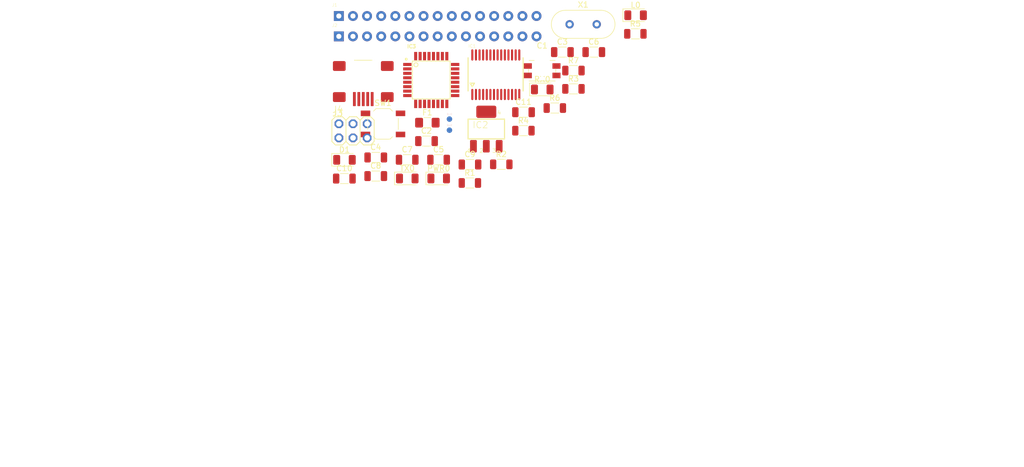
<source format=kicad_pcb>
(kicad_pcb (version 20211014) (generator pcbnew)
  (layers (0 "F.Cu" signal) (31 "B.Cu" signal) (34 "B.Paste" user) (35 "F.Paste" user) (36 "B.SilkS" user "B.Silkscreen") (37 "F.SilkS" user "F.Silkscreen") (38 "B.Mask" user) (39 "F.Mask" user) (44 "Edge.Cuts" user))
  (net 0 "")
  (net 1 "/AREF")
  (net 2 "Net-(C4-Pad2)")
  (net 3 "/RESET")
  (net 4 "Net-(D+0-PadX)")
  (net 5 "Net-(D-0-PadX)")
  (net 6 "Net-(F1-Pad2)")
  (net 10 "Net-(IC1-Pad23)")
  (net 11 "Net-(IC1-Pad22)")
  (net 21 "/TX")
  (net 23 "/RX")
  (net 24 "COM")
  (net 25 "+5V")
  (net 26 "VIN")
  (net 27 "3V3")
  (net 28 "/D2")
  (net 29 "VUSB")
  (net 30 "/D1{slash}TX")
  (net 31 "/D0{slash}RX")
  (net 32 "/A5")
  (net 33 "/A4")
  (net 34 "/A3")
  (net 35 "/A2")
  (net 36 "/A1")
  (net 37 "/A0")
  (net 38 "/A7")
  (net 39 "/A6")
  (net 40 "/D13{slash}SCK")
  (net 41 "/D12{slash}MISO")
  (net 42 "/D11{slash}MOSI")
  (net 43 "/D10")
  (net 44 "/D9")
  (net 45 "/D8")
  (net 46 "/D7")
  (net 47 "/D6")
  (net 48 "/D5")
  (net 49 "Net-(IC3-Pad8)")
  (net 50 "Net-(IC3-Pad7)")
  (net 51 "/D4")
  (net 52 "/D3")
  (net 54 "Net-(R5-Pad2)")
  (net 55 "Net-(R6-Pad2)")
  (net 56 "Net-(L0-Pad1)")
  (net 57 "Net-(PWR0-Pad1)")
  (footprint "NanoV3.3:HEAD15-NOSS" (layer "F.Cu") (at 109.1229 79.7951)
    (fp_text reference "J1" (at -1.27 -1.651) (layer "F.SilkS") (effects (font (size 0.560832 0.560832) (thickness 0.048768)) (justify left bottom)))
    (fp_text value "XXXX_STRIPNANO")
    (pad "1" thru_hole rect (at 0 0) (size 1.778 1.778) (drill 0.9144) (layers *.Cu *.Mask) (net 30 "/D1{slash}TX"))
    (pad "2" thru_hole circle (at 2.54 0) (size 1.778 1.778) (drill 0.9144) (layers *.Cu *.Mask) (net 31 "/D0{slash}RX"))
    (pad "3" thru_hole circle (at 5.08 0) (size 1.778 1.778) (drill 0.9144) (layers *.Cu *.Mask) (net 3 "/RESET"))
    (pad "4" thru_hole circle (at 7.62 0) (size 1.778 1.778) (drill 0.9144) (layers *.Cu *.Mask) (net 24 "COM"))
    (pad "5" thru_hole circle (at 10.16 0) (size 1.778 1.778) (drill 0.9144) (layers *.Cu *.Mask) (net 28 "/D2"))
    (pad "6" thru_hole circle (at 12.7 0) (size 1.778 1.778) (drill 0.9144) (layers *.Cu *.Mask) (net 52 "/D3"))
    (pad "7" thru_hole circle (at 15.24 0) (size 1.778 1.778) (drill 0.9144) (layers *.Cu *.Mask) (net 51 "/D4"))
    (pad "8" thru_hole circle (at 17.78 0) (size 1.778 1.778) (drill 0.9144) (layers *.Cu *.Mask) (net 48 "/D5"))
    (pad "9" thru_hole circle (at 20.32 0) (size 1.778 1.778) (drill 0.9144) (layers *.Cu *.Mask) (net 47 "/D6"))
    (pad "10" thru_hole circle (at 22.86 0) (size 1.778 1.778) (drill 0.9144) (layers *.Cu *.Mask) (net 46 "/D7"))
    (pad "11" thru_hole circle (at 25.4 0) (size 1.778 1.778) (drill 0.9144) (layers *.Cu *.Mask) (net 45 "/D8"))
    (pad "12" thru_hole circle (at 27.94 0) (size 1.778 1.778) (drill 0.9144) (layers *.Cu *.Mask) (net 44 "/D9"))
    (pad "13" thru_hole circle (at 30.48 0) (size 1.778 1.778) (drill 0.9144) (layers *.Cu *.Mask) (net 43 "/D10"))
    (pad "14" thru_hole circle (at 33.02 0) (size 1.778 1.778) (drill 0.9144) (layers *.Cu *.Mask) (net 42 "/D11{slash}MOSI"))
    (pad "15" thru_hole circle (at 35.56 0) (size 1.778 1.778) (drill 0.9144) (layers *.Cu *.Mask) (net 41 "/D12{slash}MISO"))
  )
  (footprint "LED_SMD:LED_1206_3216Metric" (layer "F.Cu") (at 162.5044 79.6566)
    (fp_text reference "L0" (at 0 -1.82) (layer "F.SilkS"))
    (fp_text value "Yellow")
    (fp_line (start -2.285 -1.135) (end -2.285 1.135) (layer "F.SilkS") (width 0.12))
    (fp_line (start -2.285 1.135) (end 1.6 1.135) (layer "F.SilkS") (width 0.12))
    (fp_line (start 1.6 -1.135) (end -2.285 -1.135) (layer "F.SilkS") (width 0.12))
    (pad "1" smd roundrect (at -1.4 0) (size 1.25 1.75) (layers "F.Cu" "F.Paste" "F.Mask") (roundrect_rratio 0.2) (net 56 "Net-(L0-Pad1)"))
    (pad "2" smd roundrect (at 1.4 0) (size 1.25 1.75) (layers "F.Cu" "F.Paste" "F.Mask") (roundrect_rratio 0.2) (net 24 "COM"))
  )
  (footprint "Resistor_SMD:R_1206_3216Metric" (layer "F.Cu") (at 147.9744 96.3466)
    (fp_text reference "R6" (at 0 -1.82) (layer "F.SilkS"))
    (fp_text value "1K")
    (fp_line (start -0.727064 -0.91) (end 0.727064 -0.91) (layer "F.SilkS") (width 0.12))
    (fp_line (start -0.727064 0.91) (end 0.727064 0.91) (layer "F.SilkS") (width 0.12))
    (pad "1" smd roundrect (at -1.4625 0) (size 1.125 1.75) (layers "F.Cu" "F.Paste" "F.Mask") (roundrect_rratio 0.222222) (net 10 "Net-(IC1-Pad23)"))
    (pad "2" smd roundrect (at 1.4625 0) (size 1.125 1.75) (layers "F.Cu" "F.Paste" "F.Mask") (roundrect_rratio 0.222222) (net 55 "Net-(R6-Pad2)"))
  )
  (footprint "Capacitor_SMD:C_1206_3216Metric" (layer "F.Cu") (at 149.3344 86.2866)
    (fp_text reference "C3" (at 0 -1.85) (layer "F.SilkS"))
    (fp_text value "1uF")
    (fp_line (start -0.711252 -0.91) (end 0.711252 -0.91) (layer "F.SilkS") (width 0.12))
    (fp_line (start -0.711252 0.91) (end 0.711252 0.91) (layer "F.SilkS") (width 0.12))
    (pad "1" smd roundrect (at -1.475 0) (size 1.15 1.8) (layers "F.Cu" "F.Paste" "F.Mask") (roundrect_rratio 0.217391) (net 25 "+5V"))
    (pad "2" smd roundrect (at 1.475 0) (size 1.15 1.8) (layers "F.Cu" "F.Paste" "F.Mask") (roundrect_rratio 0.217391) (net 24 "COM"))
  )
  (footprint "NanoV3.3:TP-1.00MM" (layer "F.Cu") (at 129.0194 100.3316)
    (fp_text reference "D+0" (at 0 -0.889) (layer "B.SilkS") (effects (font (size 0.280416 0.280416) (thickness 0.024384)) (justify mirror)))
    (fp_text value "DNP")
    (pad "X" smd roundrect (at 0 0) (size 1 1) (layers "B.Cu" "B.Mask") (roundrect_rratio 0.5) (net 4 "Net-(D+0-PadX)"))
  )
  (footprint "atmega328:QFP80P900X900X120-32N" (layer "F.Cu") (at 125.7444 91.3066)
    (fp_text reference "IC3" (at -3.543445 -6.038067) (layer "F.SilkS") (effects (font (size 0.641239 0.641239))))
    (fp_text value "328P-MUR")
    (fp_line (start 3.4 3.4) (end -3.4 3.4) (layer "F.SilkS") (width 0.1524))
    (fp_line (start -3.4 3.4) (end -3.4 -3.4) (layer "F.SilkS") (width 0.1524))
    (fp_line (start -3.4 -3.4) (end 3.4 -3.4) (layer "F.SilkS") (width 0.1524))
    (fp_line (start 3.4 -3.4) (end 3.4 3.4) (layer "F.SilkS") (width 0.1524))
    (fp_circle (center -4.5 -3.75) (end -4.246 -3.75) (layer "F.SilkS") (width 0) (fill solid))
    (fp_circle (center -2.7432 -2.7432) (end -2.384 -2.7432) (layer "F.SilkS") (width 0.1524) (fill none))
    (pad "1" smd rect locked (at -4.3 -2.8) (size 1.5 0.55) (layers "F.Cu" "F.Paste" "F.Mask") (net 52 "/D3"))
    (pad "2" smd rect locked (at -4.3 -2) (size 1.5 0.55) (layers "F.Cu" "F.Paste" "F.Mask") (net 51 "/D4"))
    (pad "3" smd rect locked (at -4.3 -1.2) (size 1.5 0.55) (layers "F.Cu" "F.Paste" "F.Mask") (net 24 "COM"))
    (pad "4" smd rect locked (at -4.3 -0.4) (size 1.5 0.55) (layers "F.Cu" "F.Paste" "F.Mask") (net 25 "+5V"))
    (pad "5" smd rect locked (at -4.3 0.4) (size 1.5 0.55) (layers "F.Cu" "F.Paste" "F.Mask") (net 24 "COM"))
    (pad "6" smd rect locked (at -4.3 1.2) (size 1.5 0.55) (layers "F.Cu" "F.Paste" "F.Mask") (net 25 "+5V"))
    (pad "7" smd rect locked (at -4.3 2) (size 1.5 0.55) (layers "F.Cu" "F.Paste" "F.Mask") (net 50 "Net-(IC3-Pad7)"))
    (pad "8" smd rect locked (at -4.3 2.8) (size 1.5 0.55) (layers "F.Cu" "F.Paste" "F.Mask") (net 49 "Net-(IC3-Pad8)"))
    (pad "9" smd rect locked (at -2.8 4.3) (size 0.55 1.5) (layers "F.Cu" "F.Paste" "F.Mask") (net 48 "/D5"))
    (pad "10" smd rect locked (at -2 4.3) (size 0.55 1.5) (layers "F.Cu" "F.Paste" "F.Mask") (net 47 "/D6"))
    (pad "11" smd rect locked (at -1.2 4.3) (size 0.55 1.5) (layers "F.Cu" "F.Paste" "F.Mask") (net 46 "/D7"))
    (pad "12" smd rect locked (at -0.4 4.3) (size 0.55 1.5) (layers "F.Cu" "F.Paste" "F.Mask") (net 45 "/D8"))
    (pad "13" smd rect locked (at 0.4 4.3) (size 0.55 1.5) (layers "F.Cu" "F.Paste" "F.Mask") (net 44 "/D9"))
    (pad "14" smd rect locked (at 1.2 4.3) (size 0.55 1.5) (layers "F.Cu" "F.Paste" "F.Mask") (net 43 "/D10"))
    (pad "15" smd rect locked (at 2 4.3) (size 0.55 1.5) (layers "F.Cu" "F.Paste" "F.Mask") (net 42 "/D11{slash}MOSI"))
    (pad "16" smd rect locked (at 2.8 4.3) (size 0.55 1.5) (layers "F.Cu" "F.Paste" "F.Mask") (net 41 "/D12{slash}MISO"))
    (pad "17" smd rect locked (at 4.3 2.8) (size 1.5 0.55) (layers "F.Cu" "F.Paste" "F.Mask") (net 40 "/D13{slash}SCK"))
    (pad "18" smd rect locked (at 4.3 2) (size 1.5 0.55) (layers "F.Cu" "F.Paste" "F.Mask") (net 25 "+5V"))
    (pad "19" smd rect locked (at 4.3 1.2) (size 1.5 0.55) (layers "F.Cu" "F.Paste" "F.Mask") (net 39 "/A6"))
    (pad "20" smd rect locked (at 4.3 0.4) (size 1.5 0.55) (layers "F.Cu" "F.Paste" "F.Mask") (net 1 "/AREF"))
    (pad "21" smd rect locked (at 4.3 -0.4) (size 1.5 0.55) (layers "F.Cu" "F.Paste" "F.Mask") (net 24 "COM"))
    (pad "22" smd rect locked (at 4.3 -1.2) (size 1.5 0.55) (layers "F.Cu" "F.Paste" "F.Mask") (net 38 "/A7"))
    (pad "23" smd rect locked (at 4.3 -2) (size 1.5 0.55) (layers "F.Cu" "F.Paste" "F.Mask") (net 37 "/A0"))
    (pad "24" smd rect locked (at 4.3 -2.8) (size 1.5 0.55) (layers "F.Cu" "F.Paste" "F.Mask") (net 36 "/A1"))
    (pad "25" smd rect locked (at 2.8 -4.3) (size 0.55 1.5) (layers "F.Cu" "F.Paste" "F.Mask") (net 35 "/A2"))
    (pad "26" smd rect locked (at 2 -4.3) (size 0.55 1.5) (layers "F.Cu" "F.Paste" "F.Mask") (net 34 "/A3"))
    (pad "27" smd rect locked (at 1.2 -4.3) (size 0.55 1.5) (layers "F.Cu" "F.Paste" "F.Mask") (net 33 "/A4"))
    (pad "28" smd rect locked (at 0.4 -4.3) (size 0.55 1.5) (layers "F.Cu" "F.Paste" "F.Mask") (net 32 "/A5"))
    (pad "29" smd rect locked (at -0.4 -4.3) (size 0.55 1.5) (layers "F.Cu" "F.Paste" "F.Mask") (net 3 "/RESET"))
    (pad "30" smd rect locked (at -1.2 -4.3) (size 0.55 1.5) (layers "F.Cu" "F.Paste" "F.Mask") (net 31 "/D0{slash}RX"))
    (pad "31" smd rect locked (at -2 -4.3) (size 0.55 1.5) (layers "F.Cu" "F.Paste" "F.Mask") (net 30 "/D1{slash}TX"))
    (pad "32" smd rect locked (at -2.8 -4.3) (size 0.55 1.5) (layers "F.Cu" "F.Paste" "F.Mask") (net 28 "/D2"))
  )
  (footprint "Crystal:Crystal_HC49-4H_Vertical" (layer "F.Cu") (at 150.6344 81.2866)
    (fp_text reference "X1" (at 2.44 -3.525) (layer "F.SilkS"))
    (fp_text value "16MHz")
    (fp_line (start -0.76 -2.525) (end 5.64 -2.525) (layer "F.SilkS") (width 0.12))
    (fp_line (start -0.76 2.525) (end 5.64 2.525) (layer "F.SilkS") (width 0.12))
    (fp_arc (start -0.76 2.525) (mid -3.285 0) (end -0.76 -2.525) (layer "F.SilkS") (width 0.12))
    (fp_arc (start 5.64 -2.525) (mid 8.165 0) (end 5.64 2.525) (layer "F.SilkS") (width 0.12))
    (pad "1" thru_hole circle (at 0 0) (size 1.5 1.5) (drill 0.8) (layers *.Cu *.Mask) (net 50 "Net-(IC3-Pad7)"))
    (pad "2" thru_hole circle (at 4.88 0) (size 1.5 1.5) (drill 0.8) (layers *.Cu *.Mask) (net 49 "Net-(IC3-Pad8)"))
  )
  (footprint "Capacitor_SMD:C_1206_3216Metric" (layer "F.Cu") (at 124.8944 102.2966)
    (fp_text reference "C2" (at 0 -1.85) (layer "F.SilkS"))
    (fp_text value "4,7uF_16V")
    (fp_line (start -0.711252 0.91) (end 0.711252 0.91) (layer "F.SilkS") (width 0.12))
    (fp_line (start -0.711252 -0.91) (end 0.711252 -0.91) (layer "F.SilkS") (width 0.12))
    (pad "1" smd roundrect (at -1.475 0) (size 1.15 1.8) (layers "F.Cu" "F.Paste" "F.Mask") (roundrect_rratio 0.217391) (net 29 "VUSB"))
    (pad "2" smd roundrect (at 1.475 0) (size 1.15 1.8) (layers "F.Cu" "F.Paste" "F.Mask") (roundrect_rratio 0.217391) (net 24 "COM"))
  )
  (footprint "Button_Switch_SMD:SW_SPST_TL3342" (layer "F.Cu") (at 117.0674 99.2032)
    (fp_text reference "SW1" (at 0 -3.75) (layer "F.SilkS"))
    (fp_text value "RESET")
    (fp_line (start 2.75 -1) (end 2.75 1) (layer "F.SilkS") (width 0.12))
    (fp_line (start 1.7 -2.3) (end 1.25 -2.75) (layer "F.SilkS") (width 0.12))
    (fp_line (start -1.7 -2.3) (end -1.25 -2.75) (layer "F.SilkS") (width 0.12))
    (fp_line (start -1.25 2.75) (end 1.25 2.75) (layer "F.SilkS") (width 0.12))
    (fp_line (start -1.7 2.3) (end -1.25 2.75) (layer "F.SilkS") (width 0.12))
    (fp_line (start 1.7 2.3) (end 1.25 2.75) (layer "F.SilkS") (width 0.12))
    (fp_line (start -2.75 -1) (end -2.75 1) (layer "F.SilkS") (width 0.12))
    (fp_line (start -1.25 -2.75) (end 1.25 -2.75) (layer "F.SilkS") (width 0.12))
    (pad "1" smd rect (at -3.15 -1.9) (size 1.7 1) (layers "F.Cu" "F.Paste" "F.Mask") (net 24 "COM"))
    (pad "1" smd rect (at 3.15 -1.9) (size 1.7 1) (layers "F.Cu" "F.Paste" "F.Mask") (net 24 "COM"))
    (pad "2" smd rect (at -3.15 1.9) (size 1.7 1) (layers "F.Cu" "F.Paste" "F.Mask") (net 3 "/RESET"))
    (pad "2" smd rect (at 3.15 1.9) (size 1.7 1) (layers "F.Cu" "F.Paste" "F.Mask") (net 3 "/RESET"))
  )
  (footprint "LED_SMD:LED_1206_3216Metric" (layer "F.Cu") (at 145.7144 93.0066)
    (fp_text reference "RX0" (at 0 -1.82) (layer "F.SilkS"))
    (fp_text value "Red")
    (fp_line (start -2.285 1.135) (end 1.6 1.135) (layer "F.SilkS") (width 0.12))
    (fp_line (start 1.6 -1.135) (end -2.285 -1.135) (layer "F.SilkS") (width 0.12))
    (fp_line (start -2.285 -1.135) (end -2.285 1.135) (layer "F.SilkS") (width 0.12))
    (pad "1" smd roundrect (at -1.4 0) (size 1.25 1.75) (layers "F.Cu" "F.Paste" "F.Mask") (roundrect_rratio 0.2) (net 25 "+5V"))
    (pad "2" smd roundrect (at 1.4 0) (size 1.25 1.75) (layers "F.Cu" "F.Paste" "F.Mask") (roundrect_rratio 0.2) (net 55 "Net-(R6-Pad2)"))
  )
  (footprint "NanoV3.3:TP-1.00MM" (layer "F.Cu") (at 129.0194 98.3316)
    (fp_text reference "D-0" (at 0 -0.889) (layer "B.SilkS") (effects (font (size 0.280416 0.280416) (thickness 0.024384)) (justify mirror)))
    (fp_text value "DNP")
    (pad "X" smd roundrect (at 0 0) (size 1 1) (layers "B.Cu" "B.Mask") (roundrect_rratio 0.5) (net 5 "Net-(D-0-PadX)"))
  )
  (footprint "LED_SMD:LED_1206_3216Metric" (layer "F.Cu") (at 121.4344 109.0166)
    (fp_text reference "TX0" (at 0 -1.82) (layer "F.SilkS"))
    (fp_text value "Green")
    (fp_line (start -2.285 -1.135) (end -2.285 1.135) (layer "F.SilkS") (width 0.12))
    (fp_line (start -2.285 1.135) (end 1.6 1.135) (layer "F.SilkS") (width 0.12))
    (fp_line (start 1.6 -1.135) (end -2.285 -1.135) (layer "F.SilkS") (width 0.12))
    (pad "1" smd roundrect (at -1.4 0) (size 1.25 1.75) (layers "F.Cu" "F.Paste" "F.Mask") (roundrect_rratio 0.2) (net 25 "+5V"))
    (pad "2" smd roundrect (at 1.4 0) (size 1.25 1.75) (layers "F.Cu" "F.Paste" "F.Mask") (roundrect_rratio 0.2) (net 54 "Net-(R5-Pad2)"))
  )
  (footprint "Capacitor_SMD:C_1206_3216Metric" (layer "F.Cu") (at 115.7644 108.5866)
    (fp_text reference "C8" (at 0 -1.85) (layer "F.SilkS"))
    (fp_text value "1uF")
    (fp_line (start -0.711252 -0.91) (end 0.711252 -0.91) (layer "F.SilkS") (width 0.12))
    (fp_line (start -0.711252 0.91) (end 0.711252 0.91) (layer "F.SilkS") (width 0.12))
    (pad "1" smd roundrect (at -1.475 0) (size 1.15 1.8) (layers "F.Cu" "F.Paste" "F.Mask") (roundrect_rratio 0.217391) (net 25 "+5V"))
    (pad "2" smd roundrect (at 1.475 0) (size 1.15 1.8) (layers "F.Cu" "F.Paste" "F.Mask") (roundrect_rratio 0.217391) (net 24 "COM"))
  )
  (footprint "NanoV3.3:HEAD15-NOSS" (layer "F.Cu") (at 109.1229 83.4551)
    (fp_text reference "J2" (at -1.27 -1.651) (layer "F.SilkS") (effects (font (size 0.560832 0.560832) (thickness 0.048768)) (justify left bottom)))
    (fp_text value "XXXX_STRIPNANO")
    (pad "1" thru_hole rect (at 0 0) (size 1.778 1.778) (drill 0.9144) (layers *.Cu *.Mask) (net 26 "VIN"))
    (pad "2" thru_hole circle (at 2.54 0) (size 1.778 1.778) (drill 0.9144) (layers *.Cu *.Mask) (net 24 "COM"))
    (pad "3" thru_hole circle (at 5.08 0) (size 1.778 1.778) (drill 0.9144) (layers *.Cu *.Mask) (net 3 "/RESET"))
    (pad "4" thru_hole circle (at 7.62 0) (size 1.778 1.778) (drill 0.9144) (layers *.Cu *.Mask) (net 25 "+5V"))
    (pad "5" thru_hole circle (at 10.16 0) (size 1.778 1.778) (drill 0.9144) (layers *.Cu *.Mask) (net 38 "/A7"))
    (pad "6" thru_hole circle (at 12.7 0) (size 1.778 1.778) (drill 0.9144) (layers *.Cu *.Mask) (net 39 "/A6"))
    (pad "7" thru_hole circle (at 15.24 0) (size 1.778 1.778) (drill 0.9144) (layers *.Cu *.Mask) (net 32 "/A5"))
    (pad "8" thru_hole circle (at 17.78 0) (size 1.778 1.778) (drill 0.9144) (layers *.Cu *.Mask) (net 33 "/A4"))
    (pad "9" thru_hole circle (at 20.32 0) (size 1.778 1.778) (drill 0.9144) (layers *.Cu *.Mask) (net 34 "/A3"))
    (pad "10" thru_hole circle (at 22.86 0) (size 1.778 1.778) (drill 0.9144) (layers *.Cu *.Mask) (net 35 "/A2"))
    (pad "11" thru_hole circle (at 25.4 0) (size 1.778 1.778) (drill 0.9144) (layers *.Cu *.Mask) (net 36 "/A1"))
    (pad "12" thru_hole circle (at 27.94 0) (size 1.778 1.778) (drill 0.9144) (layers *.Cu *.Mask) (net 37 "/A0"))
    (pad "13" thru_hole circle (at 30.48 0) (size 1.778 1.778) (drill 0.9144) (layers *.Cu *.Mask) (net 1 "/AREF"))
    (pad "14" thru_hole circle (at 33.02 0) (size 1.778 1.778) (drill 0.9144) (layers *.Cu *.Mask) (net 27 "3V3"))
    (pad "15" thru_hole circle (at 35.56 0) (size 1.778 1.778) (drill 0.9144) (layers *.Cu *.Mask) (net 40 "/D13{slash}SCK"))
  )
  (footprint "NanoV3.3:LINEAR_SOT223" (layer "F.Cu") (at 135.6476 100.1206)
    (fp_text reference "IC2" (at -2.54 -0.0508) (layer "F.SilkS") (effects (font (size 1.1684 1.1684) (thickness 0.1016)) (justify left bottom)))
    (fp_text value "LM1117IMPX-5.0")
    (fp_text user "3" (at 1.0208 4.318) (layer "F.SilkS") (effects (font (size 0.715264 0.715264) (thickness 0.097536)) (justify left bottom)))
    (fp_text user "2" (at -1.2906 4.3274) (layer "F.SilkS") (effects (font (size 0.715264 0.715264) (thickness 0.097536)) (justify left bottom)))
    (fp_text user "4" (at 1.905 -2.54) (layer "F.SilkS") (effects (font (size 0.715264 0.715264) (thickness 0.097536)) (justify left bottom)))
    (fp_text user "1" (at -3.4526 4.318) (layer "F.SilkS") (effects (font (size 0.715264 0.715264) (thickness 0.097536)) (justify left bottom)))
    (fp_line (start 3.2766 -1.778) (end 3.2766 1.778) (layer "F.SilkS") (width 0.2032))
    (fp_line (start -3.2766 1.778) (end -3.2766 -1.778) (layer "F.SilkS") (width 0.2032))
    (fp_line (start 3.2766 1.778) (end -3.2766 1.778) (layer "F.SilkS") (width 0.2032))
    (fp_line (start -3.2766 -1.778) (end 3.2766 -1.778) (layer "F.SilkS") (width 0.2032))
    (pad "1" smd roundrect (at -2.3114 3.0988) (size 1.2192 2.2352) (layers "F.Cu" "F.Paste" "F.Mask") (roundrect_rratio 0.15) (net 24 "COM"))
    (pad "2" smd roundrect (at 0 3.0988) (size 1.2192 2.2352) (layers "F.Cu" "F.Paste" "F.Mask") (roundrect_rratio 0.15) (net 25 "+5V"))
    (pad "3" smd roundrect (at 2.3114 3.0988) (size 1.2192 2.2352) (layers "F.Cu" "F.Paste" "F.Mask") (roundrect_rratio 0.15) (net 26 "VIN"))
    (pad "4" smd roundrect (at 0 -3.099) (size 3.6 2.2) (layers "F.Cu" "F.Paste" "F.Mask") (roundrect_rratio 0.15) (net 25 "+5V"))
  )
  (footprint "Resistor_SMD:R_1206_3216Metric" (layer "F.Cu") (at 142.3244 100.4166)
    (fp_text reference "R4" (at 0 -1.82) (layer "F.SilkS"))
    (fp_text value "1K")
    (fp_line (start -0.727064 0.91) (end 0.727064 0.91) (layer "F.SilkS") (width 0.12))
    (fp_line (start -0.727064 -0.91) (end 0.727064 -0.91) (layer "F.SilkS") (width 0.12))
    (pad "1" smd roundrect (at -1.4625 0) (size 1.125 1.75) (layers "F.Cu" "F.Paste" "F.Mask") (roundrect_rratio 0.222222) (net 56 "Net-(L0-Pad1)"))
    (pad "2" smd roundrect (at 1.4625 0) (size 1.125 1.75) (layers "F.Cu" "F.Paste" "F.Mask") (roundrect_rratio 0.222222) (net 40 "/D13{slash}SCK"))
  )
  (footprint "NanoV3.3:FRAME" (layer "F.Cu") (at 126.9111 113.8936)
    (fp_text reference "FRAME1" hide)
    (fp_text value "DNP" hide)
  )
  (footprint "NanoV3.3:USB-MINI-B_2" (layer "F.Cu") (at 111.9169 94.7351)
    (fp_text reference "J3" (at -4.064 3.175) (layer "F.SilkS") (effects (font (size 1.0922 1.0922) (thickness 0.1778)) (justify left bottom)))
    (fp_text value "0219_14850")
    (fp_line (start 0 -6.985) (end 3.175 -6.985) (layer "F.SilkS") (width 0.127))
    (pad "" np_thru_hole circle (at 3.8 -2.9) (size 0.95 0.95) (drill 0.95) (layers *.Cu *.Mask))
    (pad "" np_thru_hole circle (at -0.6 -2.9) (size 0.95 0.95) (drill 0.95) (layers *.Cu *.Mask))
    (pad "1" smd roundrect (at 0 0 90) (size 2.54 0.508) (layers "F.Cu" "F.Paste" "F.Mask") (roundrect_rratio 0.15) (net 24 "COM"))
    (pad "2" smd roundrect (at 0.8 0 90) (size 2.54 0.508) (layers "F.Cu" "F.Paste" "F.Mask") (roundrect_rratio 0.15))
    (pad "3" smd roundrect (at 1.6 0 90) (size 2.54 0.508) (layers "F.Cu" "F.Paste" "F.Mask") (roundrect_rratio 0.15) (net 4 "Net-(D+0-PadX)"))
    (pad "4" smd roundrect (at 2.4 0 90) (size 2.54 0.508) (layers "F.Cu" "F.Paste" "F.Mask") (roundrect_rratio 0.15) (net 5 "Net-(D-0-PadX)"))
    (pad "5" smd roundrect (at 3.2 0 90) (size 2.54 0.508) (layers "F.Cu" "F.Paste" "F.Mask") (roundrect_rratio 0.15) (net 6 "Net-(F1-Pad2)"))
    (pad "6" smd roundrect (at -2.7175 -5.948 90) (size 1.778 2.286) (layers "F.Cu" "F.Paste" "F.Mask") (roundrect_rratio 0.15) (net 24 "COM"))
    (pad "7" smd roundrect (at -2.7175 -0.36 90) (size 1.778 2.286) (layers "F.Cu" "F.Paste" "F.Mask") (roundrect_rratio 0.15) (net 24 "COM"))
    (pad "8" smd roundrect (at 5.9185 -0.36 90) (size 1.778 2.286) (layers "F.Cu" "F.Paste" "F.Mask") (roundrect_rratio 0.15) (net 24 "COM"))
    (pad "9" smd roundrect (at 5.9185 -5.948 90) (size 1.778 2.286) (layers "F.Cu" "F.Paste" "F.Mask") (roundrect_rratio 0.15) (net 24 "COM"))
  )
  (footprint "Diode_SMD:D_1206_3216Metric" (layer "F.Cu") (at 110.1344 105.6666)
    (fp_text reference "D1" (at 0 -1.82) (layer "F.SilkS"))
    (fp_text value "SS1P3L")
    (fp_line (start -2.285 -1.135) (end -2.285 1.135) (layer "F.SilkS") (width 0.12))
    (fp_line (start 1.6 -1.135) (end -2.285 -1.135) (layer "F.SilkS") (width 0.12))
    (fp_line (start -2.285 1.135) (end 1.6 1.135) (layer "F.SilkS") (width 0.12))
    (pad "1" smd roundrect (at -1.4 0) (size 1.25 1.75) (layers "F.Cu" "F.Paste" "F.Mask") (roundrect_rratio 0.2) (net 25 "+5V"))
    (pad "2" smd roundrect (at 1.4 0) (size 1.25 1.75) (layers "F.Cu" "F.Paste" "F.Mask") (roundrect_rratio 0.2) (net 29 "VUSB"))
  )
  (footprint "LED_SMD:LED_1206_3216Metric" (layer "F.Cu") (at 127.0844 109.0166)
    (fp_text reference "PWR0" (at 0 -1.82) (layer "F.SilkS"))
    (fp_text value "Green")
    (fp_line (start -2.285 -1.135) (end -2.285 1.135) (layer "F.SilkS") (width 0.12))
    (fp_line (start -2.285 1.135) (end 1.6 1.135) (layer "F.SilkS") (width 0.12))
    (fp_line (start 1.6 -1.135) (end -2.285 -1.135) (layer "F.SilkS") (width 0.12))
    (pad "1" smd roundrect (at -1.4 0) (size 1.25 1.75) (layers "F.Cu" "F.Paste" "F.Mask") (roundrect_rratio 0.2) (net 57 "Net-(PWR0-Pad1)"))
    (pad "2" smd roundrect (at 1.4 0) (size 1.25 1.75) (layers "F.Cu" "F.Paste" "F.Mask") (roundrect_rratio 0.2) (net 24 "COM"))
  )
  (footprint "NanoV3.3:2X03" (layer "F.Cu") (at 111.6756 100.4478)
    (fp_text reference "J4" (at -3.81 -3.175) (layer "F.SilkS") (effects (font (size 1.143 1.143) (thickness 0.127)) (justify left bottom)))
    (fp_text value "0114_PH254-203DF118A00V")
    (fp_line (start 0.635 -2.54) (end 1.27 -1.905) (layer "F.SilkS") (width 0.1524))
    (fp_line (start -1.27 1.905) (end -0.635 2.54) (layer "F.SilkS") (width 0.1524))
    (fp_line (start -3.175 -2.54) (end -1.905 -2.54) (layer "F.SilkS") (width 0.1524))
    (fp_line (start 3.175 2.54) (end 3.81 1.905) (layer "F.SilkS") (width 0.1524))
    (fp_line (start 1.905 -2.54) (end 3.175 -2.54) (layer "F.SilkS") (width 0.1524))
    (fp_line (start -1.27 -1.905) (end -1.27 1.905) (layer "F.SilkS") (width 0.1524))
    (fp_line (start -1.27 -1.905) (end -0.635 -2.54) (layer "F.SilkS") (width 0.1524))
    (fp_line (start -3.81 1.905) (end -3.175 2.54) (layer "F.SilkS") (width 0.1524))
    (fp_line (start 0.635 2.54) (end 1.27 1.905) (layer "F.SilkS") (width 0.1524))
    (fp_line (start 1.905 2.54) (end 3.175 2.54) (layer "F.SilkS") (width 0.1524))
    (fp_line (start 3.81 -1.905) (end 3.81 1.905) (layer "F.SilkS") (width 0.1524))
    (fp_line (start -3.175 2.54) (end -1.905 2.54) (layer "F.SilkS") (width 0.1524))
    (fp_line (start -0.635 -2.54) (end 0.635 -2.54) (layer "F.SilkS") (width 0.1524))
    (fp_line (start -1.905 -2.54) (end -1.27 -1.905) (layer "F.SilkS") (width 0.1524))
    (fp_line (start 1.27 1.905) (end 1.905 2.54) (layer "F.SilkS") (width 0.1524))
    (fp_line (start -0.635 2.54) (end 0.635 2.54) (layer "F.SilkS") (width 0.1524))
    (fp_line (start -3.81 -1.905) (end -3.175 -2.54) (layer "F.SilkS") (width 0.1524))
    (fp_line (start 1.27 -1.905) (end 1.27 1.905) (layer "F.SilkS") (width 0.1524))
    (fp_line (start 3.175 -2.54) (end 3.81 -1.905) (layer "F.SilkS") (width 0.1524))
    (fp_line (start -1.905 2.54) (end -1.27 1.905) (layer "F.SilkS") (width 0.1524))
    (fp_line (start -3.81 1.905) (end -3.81 -1.905) (layer "F.SilkS") (width 0.1524))
    (fp_line (start 1.27 -1.905) (end 1.905 -2.54) (layer "F.SilkS") (width 0.1524))
    (pad "1" thru_hole roundrect (at -2.54 1.27) (size 1.55 1.55) (drill 1.016) (layers *.Cu *.Mask) (chamfer_ratio 0.2928932188) (chamfer top_left top_right bottom_left bottom_right) (net 41 "/D12{slash}MISO"))
    (pad "2" thru_hole roundrect (at -2.54 -1.27) (size 1.55 1.55) (drill 1.016) (layers *.Cu *.Mask) (chamfer_ratio 0.2928932188) (chamfer top_left top_right bottom_left bottom_right) (net 25 "+5V"))
    (pad "3" thru_hole roundrect (at 0 1.27) (size 1.55 1.55) (drill 1.016) (layers *.Cu *.Mask) (chamfer_ratio 0.2928932188) (chamfer top_left top_right bottom_left bottom_right) (net 40 "/D13{slash}SCK"))
    (pad "4" thru_hole roundrect (at 0 -1.27) (size 1.55 1.55) (drill 1.016) (layers *.Cu *.Mask) (chamfer_ratio 0.2928932188) (chamfer top_left top_right bottom_left bottom_right) (net 42 "/D11{slash}MOSI"))
    (pad "5" thru_hole roundrect (at 2.54 1.27) (size 1.55 1.55) (drill 1.016) (layers *.Cu *.Mask) (chamfer_ratio 0.2928932188) (chamfer top_left top_right bottom_left bottom_right) (net 3 "/RESET"))
    (pad "6" thru_hole roundrect (at 2.54 -1.27) (size 1.55 1.55) (drill 1.016) (layers *.Cu *.Mask) (chamfer_ratio 0.2928932188) (chamfer top_left top_right bottom_left bottom_right) (net 24 "COM"))
  )
  (footprint "Resistor_SMD:R_1206_3216Metric" (layer "F.Cu") (at 138.3444 106.4766)
    (fp_text reference "R2" (at 0 -1.82) (layer "F.SilkS"))
    (fp_text value "1K")
    (fp_line (start -0.727064 0.91) (end 0.727064 0.91) (layer "F.SilkS") (width 0.12))
    (fp_line (start -0.727064 -0.91) (end 0.727064 -0.91) (layer "F.SilkS") (width 0.12))
    (pad "1" smd roundrect (at -1.4625 0) (size 1.125 1.75) (layers "F.Cu" "F.Paste" "F.Mask") (roundrect_rratio 0.222222) (net 30 "/D1{slash}TX"))
    (pad "2" smd roundrect (at 1.4625 0) (size 1.125 1.75) (layers "F.Cu" "F.Paste" "F.Mask") (roundrect_rratio 0.222222) (net 21 "/TX"))
  )
  (footprint "Capacitor_SMD:C_1206_3216Metric" (layer "F.Cu") (at 154.9844 86.2866)
    (fp_text reference "C6" (at 0 -1.85) (layer "F.SilkS"))
    (fp_text value "100nF")
    (fp_line (start -0.711252 -0.91) (end 0.711252 -0.91) (layer "F.SilkS") (width 0.12))
    (fp_line (start -0.711252 0.91) (end 0.711252 0.91) (layer "F.SilkS") (width 0.12))
    (pad "1" smd roundrect (at -1.475 0) (size 1.15 1.8) (layers "F.Cu" "F.Paste" "F.Mask") (roundrect_rratio 0.217391) (net 24 "COM"))
    (pad "2" smd roundrect (at 1.475 0) (size 1.15 1.8) (layers "F.Cu" "F.Paste" "F.Mask") (roundrect_rratio 0.217391) (net 27 "3V3"))
  )
  (footprint "Capacitor_SMD:C_1206_3216Metric" (layer "F.Cu") (at 121.4144 105.6466)
    (fp_text reference "C7" (at 0 -1.85) (layer "F.SilkS"))
    (fp_text value "1uF")
    (fp_line (start -0.711252 0.91) (end 0.711252 0.91) (layer "F.SilkS") (width 0.12))
    (fp_line (start -0.711252 -0.91) (end 0.711252 -0.91) (layer "F.SilkS") (width 0.12))
    (pad "1" smd roundrect (at -1.475 0) (size 1.15 1.8) (layers "F.Cu" "F.Paste" "F.Mask") (roundrect_rratio 0.217391) (net 25 "+5V"))
    (pad "2" smd roundrect (at 1.475 0) (size 1.15 1.8) (layers "F.Cu" "F.Paste" "F.Mask") (roundrect_rratio 0.217391) (net 24 "COM"))
  )
  (footprint "Capacitor_SMD:C_1206_3216Metric" (layer "F.Cu") (at 127.0644 105.6466)
    (fp_text reference "C5" (at 0 -1.85) (layer "F.SilkS"))
    (fp_text value "4,7uF_16V")
    (fp_line (start -0.711252 0.91) (end 0.711252 0.91) (layer "F.SilkS") (width 0.12))
    (fp_line (start -0.711252 -0.91) (end 0.711252 -0.91) (layer "F.SilkS") (width 0.12))
    (pad "1" smd roundrect (at -1.475 0) (size 1.15 1.8) (layers "F.Cu" "F.Paste" "F.Mask") (roundrect_rratio 0.217391) (net 25 "+5V"))
    (pad "2" smd roundrect (at 1.475 0) (size 1.15 1.8) (layers "F.Cu" "F.Paste" "F.Mask") (roundrect_rratio 0.217391) (net 24 "COM"))
  )
  (footprint "Resistor_SMD:R_1206_3216Metric" (layer "F.Cu") (at 151.3244 92.8966)
    (fp_text reference "R3" (at 0 -1.82) (layer "F.SilkS"))
    (fp_text value "1K")
    (fp_line (start -0.727064 -0.91) (end 0.727064 -0.91) (layer "F.SilkS") (width 0.12))
    (fp_line (start -0.727064 0.91) (end 0.727064 0.91) (layer "F.SilkS") (width 0.12))
    (pad "1" smd roundrect (at -1.4625 0) (size 1.125 1.75) (layers "F.Cu" "F.Paste" "F.Mask") (roundrect_rratio 0.222222) (net 31 "/D0{slash}RX"))
    (pad "2" smd roundrect (at 1.4625 0) (size 1.125 1.75) (layers "F.Cu" "F.Paste" "F.Mask") (roundrect_rratio 0.222222) (net 23 "/RX"))
  )
  (footprint "Fuse:Fuse_1206_3216Metric_Pad1.42x1.75mm_HandSolder" (layer "F.Cu") (at 125.0444 98.9766)
    (fp_text reference "F1" (at 0 -1.82) (layer "F.SilkS"))
    (fp_text value "MFFSMF050")
    (fp_line (start -0.602064 -0.91) (end 0.602064 -0.91) (layer "F.SilkS") (width 0.12))
    (fp_line (start -0.602064 0.91) (end 0.602064 0.91) (layer "F.SilkS") (width 0.12))
    (pad "1" smd roundrect (at -1.4875 0) (size 1.425 1.75) (layers "F.Cu" "F.Paste" "F.Mask") (roundrect_rratio 0.175439) (net 29 "VUSB"))
    (pad "2" smd roundrect (at 1.4875 0) (size 1.425 1.75) (layers "F.Cu" "F.Paste" "F.Mask") (roundrect_rratio 0.175439) (net 6 "Net-(F1-Pad2)"))
  )
  (footprint "Capacitor_SMD:C_1206_3216Metric" (layer "F.Cu") (at 110.1144 109.0366)
    (fp_text reference "C10" (at 0 -1.85) (layer "F.SilkS"))
    (fp_text value "22pF")
    (fp_line (start -0.711252 -0.91) (end 0.711252 -0.91) (layer "F.SilkS") (width 0.12))
    (fp_line (start -0.711252 0.91) (end 0.711252 0.91) (layer "F.SilkS") (width 0.12))
    (pad "1" smd roundrect (at -1.475 0) (size 1.15 1.8) (layers "F.Cu" "F.Paste" "F.Mask") (roundrect_rratio 0.217391) (net 24 "COM"))
    (pad "2" smd roundrect (at 1.475 0) (size 1.15 1.8) (layers "F.Cu" "F.Paste" "F.Mask") (roundrect_rratio 0.217391) (net 49 "Net-(IC3-Pad8)"))
  )
  (footprint "Button_Switch_SMD:Panasonic_EVQPUM_EVQPUD" (layer "F.Cu") (at 145.6944 89.6366)
    (fp_text reference "C1" (at 0 -4.5) (layer "F.SilkS"))
    (fp_text value "100nF")
    (fp_line (start 2.35 1.85) (end -2.35 1.85) (layer "F.SilkS") (width 0.12))
    (fp_line (start 2.45 0.275) (end 2.45 -0.275) (layer "F.SilkS") (width 0.12))
    (fp_line (start -1.425 -1.85) (end -2.35 -1.85) (layer "F.SilkS") (width 0.12))
    (fp_line (start 2.35 -1.85) (end 1.425 -1.85) (layer "F.SilkS") (width 0.12))
    (fp_line (start -2.45 0.275) (end -2.45 -0.275) (layer "F.SilkS") (width 0.12))
    (pad "" np_thru_hole circle (at 0 1.375 180) (size 0.75 0.75) (drill 0.75) (layers *.Cu *.Mask))
    (pad "" np_thru_hole circle (at 0 -1.375 180) (size 0.75 0.75) (drill 0.75) (layers *.Cu *.Mask))
    (pad "1" smd rect (at -2.575 -0.85 180) (size 1.45 1) (layers "F.Cu" "F.Paste" "F.Mask") (net 1 "/AREF"))
    (pad "1" smd rect (at 2.575 -0.85 180) (size 1.45 1) (layers "F.Cu" "F.Paste" "F.Mask") (net 1 "/AREF"))
    (pad "2" smd rect (at -2.575 0.85 180) (size 1.45 1) (layers "F.Cu" "F.Paste" "F.Mask") (net 24 "COM"))
    (pad "2" smd rect (at 2.575 0.85 180) (size 1.45 1) (layers "F.Cu" "F.Paste" "F.Mask") (net 24 "COM"))
  )
  (footprint "Resistor_SMD:R_1206_3216Metric" (layer "F.Cu") (at 162.4644 82.9966)
    (fp_text reference "R5" (at 0 -1.82) (layer "F.SilkS"))
    (fp_text value "1K")
    (fp_line (start -0.727064 0.91) (end 0.727064 0.91) (layer "F.SilkS") (width 0.12))
    (fp_line (start -0.727064 -0.91) (end 0.727064 -0.91) (layer "F.SilkS") (width 0.12))
    (pad "1" smd roundrect (at -1.4625 0) (size 1.125 1.75) (layers "F.Cu" "F.Paste" "F.Mask") (roundrect_rratio 0.222222) (net 11 "Net-(IC1-Pad22)"))
    (pad "2" smd roundrect (at 1.4625 0) (size 1.125 1.75) (layers "F.Cu" "F.Paste" "F.Mask") (roundrect_rratio 0.222222) (net 54 "Net-(R5-Pad2)"))
  )
  (footprint "Resistor_SMD:R_1206_3216Metric" (layer "F.Cu") (at 132.6944 109.8266)
    (fp_text reference "R1" (at 0 -1.82) (layer "F.SilkS"))
    (fp_text value "1k")
    (fp_line (start -0.727064 0.91) (end 0.727064 0.91) (layer "F.SilkS") (width 0.12))
    (fp_line (start -0.727064 -0.91) (end 0.727064 -0.91) (layer "F.SilkS") (width 0.12))
    (pad "1" smd roundrect (at -1.4625 0) (size 1.125 1.75) (layers "F.Cu" "F.Paste" "F.Mask") (roundrect_rratio 0.222222) (net 25 "+5V"))
    (pad "2" smd roundrect (at 1.4625 0) (size 1.125 1.75) (layers "F.Cu" "F.Paste" "F.Mask") (roundrect_rratio 0.222222) (net 3 "/RESET"))
  )
  (footprint "Capacitor_SMD:C_1206_3216Metric" (layer "F.Cu") (at 132.7144 106.5066)
    (fp_text reference "C9" (at 0 -1.85) (layer "F.SilkS"))
    (fp_text value "100nF")
    (fp_line (start -0.711252 -0.91) (end 0.711252 -0.91) (layer "F.SilkS") (width 0.12))
    (fp_line (start -0.711252 0.91) (end 0.711252 0.91) (layer "F.SilkS") (width 0.12))
    (pad "1" smd roundrect (at -1.475 0) (size 1.15 1.8) (layers "F.Cu" "F.Paste" "F.Mask") (roundrect_rratio 0.217391) (net 29 "VUSB"))
    (pad "2" smd roundrect (at 1.475 0) (size 1.15 1.8) (layers "F.Cu" "F.Paste" "F.Mask") (roundrect_rratio 0.217391) (net 24 "COM"))
  )
  (footprint "Capacitor_SMD:C_1206_3216Metric" (layer "F.Cu") (at 115.7644 105.2366)
    (fp_text reference "C4" (at 0 -1.85) (layer "F.SilkS"))
    (fp_text value "100nF")
    (fp_line (start -0.711252 0.91) (end 0.711252 0.91) (layer "F.SilkS") (width 0.12))
    (fp_line (start -0.711252 -0.91) (end 0.711252 -0.91) (layer "F.SilkS") (width 0.12))
    (pad "1" smd roundrect (at -1.475 0) (size 1.15 1.8) (layers "F.Cu" "F.Paste" "F.Mask") (roundrect_rratio 0.217391) (net 3 "/RESET"))
    (pad "2" smd roundrect (at 1.475 0) (size 1.15 1.8) (layers "F.Cu" "F.Paste" "F.Mask") (roundrect_rratio 0.217391) (net 2 "Net-(C4-Pad2)"))
  )
  (footprint "Resistor_SMD:R_1206_3216Metric" (layer "F.Cu") (at 151.3244 89.6066)
    (fp_text reference "R7" (at 0 -1.82) (layer "F.SilkS"))
    (fp_text value "1K")
    (fp_line (start -0.727064 -0.91) (end 0.727064 -0.91) (layer "F.SilkS") (width 0.12))
    (fp_line (start -0.727064 0.91) (end 0.727064 0.91) (layer "F.SilkS") (width 0.12))
    (pad "1" smd roundrect (at -1.4625 0) (size 1.125 1.75) (layers "F.Cu" "F.Paste" "F.Mask") (roundrect_rratio 0.222222) (net 25 "+5V"))
    (pad "2" smd roundrect (at 1.4625 0) (size 1.125 1.75) (layers "F.Cu" "F.Paste" "F.Mask") (roundrect_rratio 0.222222) (net 57 "Net-(PWR0-Pad1)"))
  )
  (footprint "NanoV3.3:SSOP28" (layer "F.Cu") (at 133.133 93.9096)
    (fp_text reference "IC1" (at -0.762 -8.382) (layer "F.SilkS") (effects (font (size 0.560832 0.560832) (thickness 0.048768)) (justify left bottom)))
    (fp_text value "FT232RL")
    (fp_line (start 0.381 -2.032) (end 0 -1.397) (layer "F.SilkS") (width 0.2032))
    (fp_line (start -0.381 -2.032) (end 0.381 -2.032) (layer "F.SilkS") (width 0.2032))
    (fp_line (start 9.144 -0.635) (end 9.144 -6.604) (layer "F.SilkS") (width 0.2032))
    (fp_line (start 0 -1.397) (end -0.381 -2.032) (layer "F.SilkS") (width 0.2032))
    (fp_line (start -0.762 -0.635) (end -0.762 -6.604) (layer "F.SilkS") (width 0.2032))
    (pad "1" smd roundrect (at 0 0) (size 0.381 2.032) (layers "F.Cu" "F.Paste" "F.Mask") (roundrect_rratio 0.5) (net 23 "/RX"))
    (pad "2" smd roundrect (at 0.6502 0) (size 0.381 2.032) (layers "F.Cu" "F.Paste" "F.Mask") (roundrect_rratio 0.5) (net 2 "Net-(C4-Pad2)"))
    (pad "3" smd roundrect (at 1.3 0) (size 0.381 2.032) (layers "F.Cu" "F.Paste" "F.Mask") (roundrect_rratio 0.5))
    (pad "4" smd roundrect (at 1.95 0) (size 0.381 2.032) (layers "F.Cu" "F.Paste" "F.Mask") (roundrect_rratio 0.5) (net 25 "+5V"))
    (pad "5" smd roundrect (at 2.6002 0) (size 0.381 2.032) (layers "F.Cu" "F.Paste" "F.Mask") (roundrect_rratio 0.5) (net 21 "/TX"))
    (pad "6" smd roundrect (at 3.2499 0) (size 0.381 2.032) (layers "F.Cu" "F.Paste" "F.Mask") (roundrect_rratio 0.5))
    (pad "7" smd roundrect (at 3.8997 0) (size 0.381 2.032) (layers "F.Cu" "F.Paste" "F.Mask") (roundrect_rratio 0.5) (net 24 "COM"))
    (pad "8" smd roundrect (at 4.5499 0) (size 0.381 2.032) (layers "F.Cu" "F.Paste" "F.Mask") (roundrect_rratio 0.5))
    (pad "9" smd roundrect (at 5.1999 0) (size 0.381 2.032) (layers "F.Cu" "F.Paste" "F.Mask") (roundrect_rratio 0.5))
    (pad "10" smd roundrect (at 5.8501 0) (size 0.381 2.032) (layers "F.Cu" "F.Paste" "F.Mask") (roundrect_rratio 0.5))
    (pad "11" smd roundrect (at 6.5004 0) (size 0.381 2.032) (layers "F.Cu" "F.Paste" "F.Mask") (roundrect_rratio 0.5))
    (pad "12" smd roundrect (at 7.1501 0) (size 0.381 2.032) (layers "F.Cu" "F.Paste" "F.Mask") (roundrect_rratio 0.5))
    (pad "13" smd roundrect (at 7.7998 0) (size 0.381 2.032) (layers "F.Cu" "F.Paste" "F.Mask") (roundrect_rratio 0.5))
    (pad "14" smd roundrect (at 8.4501 0) (size 0.381 2.032) (layers "F.Cu" "F.Paste" "F.Mask") (roundrect_rratio 0.5))
    (pad "15" smd roundrect (at 8.4501 -7.112) (size 0.381 2.032) (layers "F.Cu" "F.Paste" "F.Mask") (roundrect_rratio 0.5) (net 4 "Net-(D+0-PadX)"))
    (pad "16" smd roundrect (at 7.7998 -7.112) (size 0.381 2.032) (layers "F.Cu" "F.Paste" "F.Mask") (roundrect_rratio 0.5) (net 5 "Net-(D-0-PadX)"))
    (pad "17" smd roundrect (at 7.1501 -7.112) (size 0.381 2.032) (layers "F.Cu" "F.Paste" "F.Mask") (roundrect_rratio 0.5) (net 27 "3V3"))
    (pad "18" smd roundrect (at 6.5004 -7.112) (size 0.381 2.032) (layers "F.Cu" "F.Paste" "F.Mask") (roundrect_rratio 0.5) (net 24 "COM"))
    (pad "19" smd roundrect (at 5.8501 -7.112) (size 0.381 2.032) (layers "F.Cu" "F.Paste" "F.Mask") (roundrect_rratio 0.5))
    (pad "20" smd roundrect (at 5.1999 -7.112) (size 0.381 2.032) (layers "F.Cu" "F.Paste" "F.Mask") (roundrect_rratio 0.5) (net 25 "+5V"))
    (pad "21" smd roundrect (at 4.5499 -7.112) (size 0.381 2.032) (layers "F.Cu" "F.Paste" "F.Mask") (roundrect_rratio 0.5) (net 24 "COM"))
    (pad "22" smd roundrect (at 3.8997 -7.112) (size 0.381 2.032) (layers "F.Cu" "F.Paste" "F.Mask") (roundrect_rratio 0.5) (net 11 "Net-(IC1-Pad22)"))
    (pad "23" smd roundrect (at 3.2499 -7.112) (size 0.381 2.032) (layers "F.Cu" "F.Paste" "F.Mask") (roundrect_rratio 0.5) (net 10 "Net-(IC1-Pad23)"))
    (pad "24" smd roundrect (at 2.6002 -7.112) (size 0.381 2.032) (layers "F.Cu" "F.Paste" "F.Mask") (roundrect_rratio 0.5))
    (pad "25" smd roundrect (at 1.95 -7.112) (size 0.381 2.032) (layers "F.Cu" "F.Paste" "F.Mask") (roundrect_rratio 0.5) (net 24 "COM"))
    (pad "26" smd roundrect (at 1.3 -7.112) (size 0.381 2.032) (layers "F.Cu" "F.Paste" "F.Mask") (roundrect_rratio 0.5) (net 24 "COM"))
    (pad "27" smd roundrect (at 0.6497 -7.112) (size 0.381 2.032) (layers "F.Cu" "F.Paste" "F.Mask") (roundrect_rratio 0.5))
    (pad "28" smd roundrect (at 0 -7.112) (size 0.381 2.032) (layers "F.Cu" "F.Paste" "F.Mask") (roundrect_rratio 0.5))
  )
  (footprint "Capacitor_SMD:C_1206_3216Metric" (layer "F.Cu") (at 142.3444 97.0966)
    (fp_text reference "C11" (at 0 -1.85) (layer "F.SilkS"))
    (fp_text value "22pF")
    (fp_line (start -0.711252 0.91) (end 0.711252 0.91) (layer "F.SilkS") (width 0.12))
    (fp_line (start -0.711252 -0.91) (end 0.711252 -0.91) (layer "F.SilkS") (width 0.12))
    (pad "1" smd roundrect (at -1.475 0) (size 1.15 1.8) (layers "F.Cu" "F.Paste" "F.Mask") (roundrect_rratio 0.217391) (net 24 "COM"))
    (pad "2" smd roundrect (at 1.475 0) (size 1.15 1.8) (layers "F.Cu" "F.Paste" "F.Mask") (roundrect_rratio 0.217391) (net 50 "Net-(IC3-Pad7)"))
  )
)
</source>
